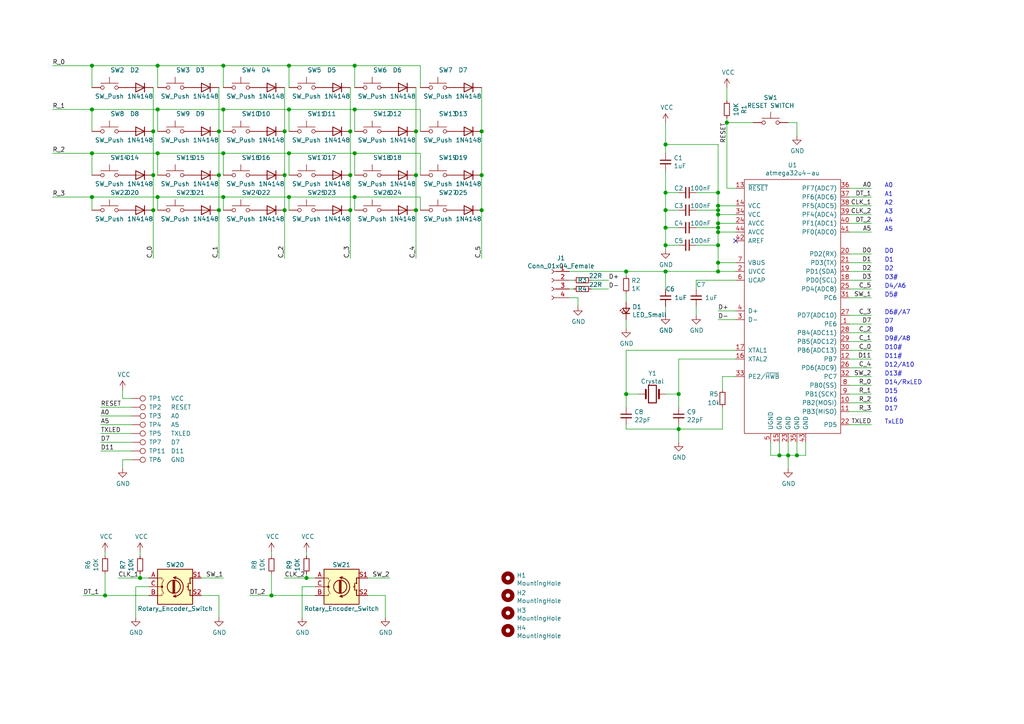
<source format=kicad_sch>
(kicad_sch (version 20210406) (generator eeschema)
  (paper "A4")
  (lib_symbols
    (symbol "Connector:Conn_01x04_Female" (pin_names (offset 1.016) hide)
      (property "Reference" "J" (at 0 5.08 0))
      (property "Value" "Conn_01x04_Female" (at 0 -7.62 0))
      (symbol "Conn_01x04_Female_1_1"
        (pin passive line (at -5.08 2.54 0) (length 3.81) (name "Pin_1") (number "1"))
        (pin passive line (at -5.08 0 0) (length 3.81) (name "Pin_2") (number "2"))
        (pin passive line (at -5.08 -2.54 0) (length 3.81) (name "Pin_3") (number "3"))
        (pin passive line (at -5.08 -5.08 0) (length 3.81) (name "Pin_4") (number "4"))
      )
    )
    (symbol "Connector:TestPoint" (pin_numbers hide) (pin_names (offset 0.762) hide)
      (property "Reference" "TP" (at 0 6.858 0))
      (property "Value" "TestPoint" (at 0 5.08 0))
      (symbol "TestPoint_1_1"
        (pin passive line (at 0 0 90) (length 2.54) (name "1") (number "1"))
      )
    )
    (symbol "Device:C_Small" (pin_numbers hide) (pin_names (offset 0.254) hide)
      (property "Reference" "C" (at 0.254 1.778 0))
      (property "Value" "C_Small" (at 0.254 -2.032 0))
      (symbol "C_Small_1_1"
        (pin passive line (at 0 2.54 270) (length 2.032) (name "~") (number "1"))
        (pin passive line (at 0 -2.54 90) (length 2.032) (name "~") (number "2"))
      )
    )
    (symbol "Device:Crystal" (pin_numbers hide) (pin_names (offset 1.016) hide)
      (property "Reference" "Y" (at 0 3.81 0))
      (property "Value" "Crystal" (at 0 -3.81 0))
      (symbol "Crystal_1_1"
        (pin passive line (at -3.81 0 0) (length 1.27) (name "1") (number "1"))
        (pin passive line (at 3.81 0 180) (length 1.27) (name "2") (number "2"))
      )
    )
    (symbol "Device:D" (pin_numbers hide) (pin_names (offset 1.016) hide)
      (property "Reference" "D" (at 0 2.54 0))
      (property "Value" "D" (at 0 -2.54 0))
      (symbol "D_1_1"
        (pin passive line (at -3.81 0 0) (length 2.54) (name "K") (number "1"))
        (pin passive line (at 3.81 0 180) (length 2.54) (name "A") (number "2"))
      )
    )
    (symbol "Device:LED_Small" (pin_numbers hide) (pin_names (offset 0.254) hide)
      (property "Reference" "D" (at -1.27 3.175 0))
      (property "Value" "LED_Small" (at -4.445 -2.54 0))
      (symbol "LED_Small_1_1"
        (pin passive line (at -2.54 0 0) (length 1.778) (name "K") (number "1"))
        (pin passive line (at 2.54 0 180) (length 1.778) (name "A") (number "2"))
      )
    )
    (symbol "Device:R_Small" (pin_numbers hide) (pin_names (offset 0.254) hide)
      (property "Reference" "R" (at 0.762 0.508 0))
      (property "Value" "R_Small" (at 0.762 -1.016 0))
      (symbol "R_Small_1_1"
        (pin passive line (at 0 2.54 270) (length 0.762) (name "~") (number "1"))
        (pin passive line (at 0 -2.54 90) (length 0.762) (name "~") (number "2"))
      )
    )
    (symbol "Device:Rotary_Encoder_Switch" (pin_names (offset 0.254) hide)
      (property "Reference" "SW" (at 0 6.604 0))
      (property "Value" "Rotary_Encoder_Switch" (at 0 -6.604 0))
      (symbol "Rotary_Encoder_Switch_1_1"
        (pin passive line (at -7.62 2.54 0) (length 2.54) (name "A") (number "A"))
        (pin passive line (at -7.62 -2.54 0) (length 2.54) (name "B") (number "B"))
        (pin passive line (at -7.62 0 0) (length 2.54) (name "C") (number "C"))
        (pin passive line (at 7.62 2.54 180) (length 2.54) (name "S1") (number "S1"))
        (pin passive line (at 7.62 -2.54 180) (length 2.54) (name "S2") (number "S2"))
      )
    )
    (symbol "Mechanical:MountingHole" (pin_names (offset 1.016))
      (property "Reference" "H" (at 0 5.08 0))
      (property "Value" "MountingHole" (at 0 3.175 0))
    )
    (symbol "Switch:SW_Push" (pin_numbers hide) (pin_names (offset 1.016) hide)
      (property "Reference" "SW" (at 1.27 2.54 0))
      (property "Value" "SW_Push" (at 0 -1.524 0))
      (symbol "SW_Push_0_1"
        (pin passive line (at -5.08 0 0) (length 2.54) (name "1") (number "1"))
        (pin passive line (at 5.08 0 180) (length 2.54) (name "2") (number "2"))
      )
    )
    (symbol "atmega32u4-au:atmega32u4-au" (pin_names (offset 1.016))
      (property "Reference" "U" (at 20.32 -40.64 0))
      (property "Value" "atmega32u4-au" (at 20.32 -38.1 0))
      (symbol "atmega32u4-au_1_1"
        (pin output line (at 17.78 -3.81 180) (length 2.54) (name "PE6") (number "1"))
        (pin output line (at 17.78 -26.67 180) (length 2.54) (name "PB2(MOSI)") (number "10"))
        (pin output line (at 17.78 -29.21 180) (length 2.54) (name "PB3(MISO)") (number "11"))
        (pin output line (at 17.78 -13.97 180) (length 2.54) (name "PB7") (number "12"))
        (pin input line (at -15.24 35.56 0) (length 2.54) (name "~RESET") (number "13"))
        (pin power_in line (at -15.24 30.48 0) (length 2.54) (name "VCC") (number "14"))
        (pin input line (at -2.54 -38.1 90) (length 2.54) (name "GND") (number "15"))
        (pin input line (at -15.24 -13.97 0) (length 2.54) (name "XTAL2") (number "16"))
        (pin input line (at -15.24 -11.43 0) (length 2.54) (name "XTAL1") (number "17"))
        (pin output line (at 17.78 8.89 180) (length 2.54) (name "PD0(SCL)") (number "18"))
        (pin output line (at 17.78 11.43 180) (length 2.54) (name "PD1(SDA)") (number "19"))
        (pin power_in line (at -15.24 11.43 0) (length 2.54) (name "UVCC") (number "2"))
        (pin output line (at 17.78 16.51 180) (length 2.54) (name "PD2(RX)") (number "20"))
        (pin output line (at 17.78 13.97 180) (length 2.54) (name "PD3(TX)") (number "21"))
        (pin output line (at 17.78 -33.02 180) (length 2.54) (name "PD5") (number "22"))
        (pin input line (at 0 -38.1 90) (length 2.54) (name "GND") (number "23"))
        (pin power_in line (at -15.24 25.4 0) (length 2.54) (name "AVCC") (number "24"))
        (pin output line (at 17.78 6.35 180) (length 2.54) (name "PD4(ADC8)") (number "25"))
        (pin output line (at 17.78 -16.51 180) (length 2.54) (name "PD6(ADC9)") (number "26"))
        (pin output line (at 17.78 -1.27 180) (length 2.54) (name "PD7(ADC10)") (number "27"))
        (pin output line (at 17.78 -6.35 180) (length 2.54) (name "PB4(ADC11)") (number "28"))
        (pin output line (at 17.78 -8.89 180) (length 2.54) (name "PB5(ADC12)") (number "29"))
        (pin input line (at -15.24 -2.54 0) (length 2.54) (name "D-") (number "3"))
        (pin output line (at 17.78 -11.43 180) (length 2.54) (name "PB6(ADC13)") (number "30"))
        (pin output line (at 17.78 3.81 180) (length 2.54) (name "PC6") (number "31"))
        (pin output line (at 17.78 -19.05 180) (length 2.54) (name "PC7") (number "32"))
        (pin input line (at -15.24 -19.05 0) (length 2.54) (name "PE2/~HWB") (number "33"))
        (pin power_in line (at -15.24 27.94 0) (length 2.54) (name "VCC") (number "34"))
        (pin input line (at 2.54 -38.1 90) (length 2.54) (name "GND") (number "35"))
        (pin output line (at 17.78 35.56 180) (length 2.54) (name "PF7(ADC7)") (number "36"))
        (pin output line (at 17.78 33.02 180) (length 2.54) (name "PF6(ADC6)") (number "37"))
        (pin output line (at 17.78 30.48 180) (length 2.54) (name "PF5(ADC5)") (number "38"))
        (pin output line (at 17.78 27.94 180) (length 2.54) (name "PF4(ADC4)") (number "39"))
        (pin input line (at -15.24 0 0) (length 2.54) (name "D+") (number "4"))
        (pin output line (at 17.78 25.4 180) (length 2.54) (name "PF1(ADC1)") (number "40"))
        (pin output line (at 17.78 22.86 180) (length 2.54) (name "PF0(ADC0)") (number "41"))
        (pin power_in line (at -15.24 20.32 0) (length 2.54) (name "AREF") (number "42"))
        (pin input line (at 5.08 -38.1 90) (length 2.54) (name "GND") (number "43"))
        (pin power_in line (at -15.24 22.86 0) (length 2.54) (name "AVCC") (number "44"))
        (pin input line (at -5.08 -38.1 90) (length 2.54) (name "UGND") (number "5"))
        (pin power_in line (at -15.24 8.89 0) (length 2.54) (name "UCAP") (number "6"))
        (pin power_in line (at -15.24 13.97 0) (length 2.54) (name "VBUS") (number "7"))
        (pin output line (at 17.78 -21.59 180) (length 2.54) (name "PB0(SS)") (number "8"))
        (pin output line (at 17.78 -24.13 180) (length 2.54) (name "PB1(SCK)") (number "9"))
      )
    )
    (symbol "power:GND" (power) (pin_names (offset 0))
      (property "Value" "GND" (at 0 -3.81 0))
      (symbol "GND_1_1"
        (pin power_in line (at 0 0 270) (length 0) hide (name "GND") (number "1"))
      )
    )
    (symbol "power:VCC" (power) (pin_names (offset 0))
      (property "Value" "VCC" (at 0 3.81 0))
      (symbol "VCC_1_1"
        (pin power_in line (at 0 0 90) (length 0) hide (name "VCC") (number "1"))
      )
    )
  )
  (junction (at 26.67 19.05) (diameter 1.016))
  (junction (at 26.67 31.75) (diameter 1.016))
  (junction (at 26.67 44.45) (diameter 1.016))
  (junction (at 26.67 57.15) (diameter 1.016))
  (junction (at 30.48 172.72) (diameter 1.016))
  (junction (at 40.64 167.64) (diameter 1.016))
  (junction (at 44.45 38.1) (diameter 1.016))
  (junction (at 44.45 50.8) (diameter 1.016))
  (junction (at 44.45 60.96) (diameter 1.016))
  (junction (at 45.72 19.05) (diameter 1.016))
  (junction (at 45.72 31.75) (diameter 1.016))
  (junction (at 45.72 44.45) (diameter 1.016))
  (junction (at 45.72 57.15) (diameter 1.016))
  (junction (at 63.5 38.1) (diameter 1.016))
  (junction (at 63.5 50.8) (diameter 1.016))
  (junction (at 63.5 60.96) (diameter 1.016))
  (junction (at 64.77 19.05) (diameter 1.016))
  (junction (at 64.77 31.75) (diameter 1.016))
  (junction (at 64.77 44.45) (diameter 1.016))
  (junction (at 64.77 57.15) (diameter 1.016))
  (junction (at 78.74 172.72) (diameter 1.016))
  (junction (at 82.55 38.1) (diameter 1.016))
  (junction (at 82.55 50.8) (diameter 1.016))
  (junction (at 82.55 60.96) (diameter 1.016))
  (junction (at 83.82 19.05) (diameter 1.016))
  (junction (at 83.82 31.75) (diameter 1.016))
  (junction (at 83.82 44.45) (diameter 1.016))
  (junction (at 83.82 57.15) (diameter 1.016))
  (junction (at 88.9 167.64) (diameter 1.016))
  (junction (at 101.6 38.1) (diameter 1.016))
  (junction (at 101.6 50.8) (diameter 1.016))
  (junction (at 101.6 60.96) (diameter 1.016))
  (junction (at 102.87 19.05) (diameter 1.016))
  (junction (at 102.87 31.75) (diameter 1.016))
  (junction (at 102.87 44.45) (diameter 1.016))
  (junction (at 102.87 57.15) (diameter 1.016))
  (junction (at 120.65 38.1) (diameter 1.016))
  (junction (at 120.65 50.8) (diameter 1.016))
  (junction (at 120.65 60.96) (diameter 1.016))
  (junction (at 139.7 38.1) (diameter 1.016))
  (junction (at 139.7 50.8) (diameter 1.016))
  (junction (at 139.7 60.96) (diameter 1.016))
  (junction (at 181.61 78.74) (diameter 1.016))
  (junction (at 181.61 114.3) (diameter 1.016))
  (junction (at 193.04 41.91) (diameter 1.016))
  (junction (at 193.04 55.88) (diameter 1.016))
  (junction (at 193.04 60.96) (diameter 1.016))
  (junction (at 193.04 66.04) (diameter 1.016))
  (junction (at 193.04 71.12) (diameter 1.016))
  (junction (at 193.04 78.74) (diameter 1.016))
  (junction (at 196.85 114.3) (diameter 1.016))
  (junction (at 196.85 124.46) (diameter 1.016))
  (junction (at 208.28 55.88) (diameter 1.016))
  (junction (at 208.28 59.69) (diameter 1.016))
  (junction (at 208.28 60.96) (diameter 1.016))
  (junction (at 208.28 62.23) (diameter 1.016))
  (junction (at 208.28 64.77) (diameter 1.016))
  (junction (at 208.28 66.04) (diameter 1.016))
  (junction (at 208.28 67.31) (diameter 1.016))
  (junction (at 208.28 71.12) (diameter 1.016))
  (junction (at 208.28 76.2) (diameter 1.016))
  (junction (at 208.28 78.74) (diameter 1.016))
  (junction (at 210.82 35.56) (diameter 1.016))
  (junction (at 226.06 132.08) (diameter 1.016))
  (junction (at 228.6 132.08) (diameter 1.016))
  (junction (at 231.14 132.08) (diameter 1.016))
  (no_connect (at 213.36 69.85))
  (wire (pts (xy 15.24 19.05) (xy 26.67 19.05)))
  (wire (pts (xy 15.24 31.75) (xy 26.67 31.75)))
  (wire (pts (xy 15.24 44.45) (xy 26.67 44.45)))
  (wire (pts (xy 15.24 57.15) (xy 26.67 57.15)))
  (wire (pts (xy 26.67 19.05) (xy 26.67 25.4)))
  (wire (pts (xy 26.67 19.05) (xy 45.72 19.05)))
  (wire (pts (xy 26.67 31.75) (xy 26.67 38.1)))
  (wire (pts (xy 26.67 31.75) (xy 45.72 31.75)))
  (wire (pts (xy 26.67 44.45) (xy 26.67 50.8)))
  (wire (pts (xy 26.67 44.45) (xy 45.72 44.45)))
  (wire (pts (xy 26.67 57.15) (xy 26.67 60.96)))
  (wire (pts (xy 26.67 57.15) (xy 45.72 57.15)))
  (wire (pts (xy 30.48 160.02) (xy 30.48 161.29)))
  (wire (pts (xy 30.48 166.37) (xy 30.48 172.72)))
  (wire (pts (xy 30.48 172.72) (xy 24.13 172.72)))
  (wire (pts (xy 35.56 115.57) (xy 35.56 113.03)))
  (wire (pts (xy 35.56 133.35) (xy 35.56 135.89)))
  (wire (pts (xy 38.1 115.57) (xy 35.56 115.57)))
  (wire (pts (xy 38.1 118.11) (xy 29.21 118.11)))
  (wire (pts (xy 38.1 120.65) (xy 29.21 120.65)))
  (wire (pts (xy 38.1 123.19) (xy 29.21 123.19)))
  (wire (pts (xy 38.1 125.73) (xy 29.21 125.73)))
  (wire (pts (xy 38.1 128.27) (xy 29.21 128.27)))
  (wire (pts (xy 38.1 130.81) (xy 29.21 130.81)))
  (wire (pts (xy 38.1 133.35) (xy 35.56 133.35)))
  (wire (pts (xy 39.37 170.18) (xy 39.37 179.07)))
  (wire (pts (xy 40.64 160.02) (xy 40.64 161.29)))
  (wire (pts (xy 40.64 166.37) (xy 40.64 167.64)))
  (wire (pts (xy 40.64 167.64) (xy 34.29 167.64)))
  (wire (pts (xy 43.18 167.64) (xy 40.64 167.64)))
  (wire (pts (xy 43.18 170.18) (xy 39.37 170.18)))
  (wire (pts (xy 43.18 172.72) (xy 30.48 172.72)))
  (wire (pts (xy 44.45 25.4) (xy 44.45 38.1)))
  (wire (pts (xy 44.45 38.1) (xy 44.45 50.8)))
  (wire (pts (xy 44.45 50.8) (xy 44.45 60.96)))
  (wire (pts (xy 44.45 60.96) (xy 44.45 74.93)))
  (wire (pts (xy 45.72 19.05) (xy 45.72 25.4)))
  (wire (pts (xy 45.72 19.05) (xy 64.77 19.05)))
  (wire (pts (xy 45.72 31.75) (xy 45.72 38.1)))
  (wire (pts (xy 45.72 31.75) (xy 64.77 31.75)))
  (wire (pts (xy 45.72 44.45) (xy 45.72 50.8)))
  (wire (pts (xy 45.72 44.45) (xy 64.77 44.45)))
  (wire (pts (xy 45.72 57.15) (xy 45.72 60.96)))
  (wire (pts (xy 45.72 57.15) (xy 64.77 57.15)))
  (wire (pts (xy 58.42 167.64) (xy 64.77 167.64)))
  (wire (pts (xy 58.42 172.72) (xy 63.5 172.72)))
  (wire (pts (xy 63.5 25.4) (xy 63.5 38.1)))
  (wire (pts (xy 63.5 38.1) (xy 63.5 50.8)))
  (wire (pts (xy 63.5 50.8) (xy 63.5 60.96)))
  (wire (pts (xy 63.5 60.96) (xy 63.5 74.93)))
  (wire (pts (xy 63.5 172.72) (xy 63.5 179.07)))
  (wire (pts (xy 64.77 19.05) (xy 64.77 25.4)))
  (wire (pts (xy 64.77 19.05) (xy 83.82 19.05)))
  (wire (pts (xy 64.77 31.75) (xy 64.77 38.1)))
  (wire (pts (xy 64.77 31.75) (xy 83.82 31.75)))
  (wire (pts (xy 64.77 44.45) (xy 64.77 50.8)))
  (wire (pts (xy 64.77 44.45) (xy 83.82 44.45)))
  (wire (pts (xy 64.77 57.15) (xy 64.77 60.96)))
  (wire (pts (xy 64.77 57.15) (xy 83.82 57.15)))
  (wire (pts (xy 78.74 160.02) (xy 78.74 161.29)))
  (wire (pts (xy 78.74 166.37) (xy 78.74 172.72)))
  (wire (pts (xy 78.74 172.72) (xy 72.39 172.72)))
  (wire (pts (xy 82.55 25.4) (xy 82.55 38.1)))
  (wire (pts (xy 82.55 38.1) (xy 82.55 50.8)))
  (wire (pts (xy 82.55 50.8) (xy 82.55 60.96)))
  (wire (pts (xy 82.55 60.96) (xy 82.55 74.93)))
  (wire (pts (xy 83.82 19.05) (xy 83.82 25.4)))
  (wire (pts (xy 83.82 19.05) (xy 102.87 19.05)))
  (wire (pts (xy 83.82 31.75) (xy 83.82 38.1)))
  (wire (pts (xy 83.82 31.75) (xy 102.87 31.75)))
  (wire (pts (xy 83.82 44.45) (xy 83.82 50.8)))
  (wire (pts (xy 83.82 44.45) (xy 102.87 44.45)))
  (wire (pts (xy 83.82 57.15) (xy 83.82 60.96)))
  (wire (pts (xy 83.82 57.15) (xy 102.87 57.15)))
  (wire (pts (xy 87.63 170.18) (xy 87.63 179.07)))
  (wire (pts (xy 88.9 160.02) (xy 88.9 161.29)))
  (wire (pts (xy 88.9 166.37) (xy 88.9 167.64)))
  (wire (pts (xy 88.9 167.64) (xy 82.55 167.64)))
  (wire (pts (xy 91.44 167.64) (xy 88.9 167.64)))
  (wire (pts (xy 91.44 170.18) (xy 87.63 170.18)))
  (wire (pts (xy 91.44 172.72) (xy 78.74 172.72)))
  (wire (pts (xy 101.6 25.4) (xy 101.6 38.1)))
  (wire (pts (xy 101.6 38.1) (xy 101.6 50.8)))
  (wire (pts (xy 101.6 50.8) (xy 101.6 60.96)))
  (wire (pts (xy 101.6 60.96) (xy 101.6 74.93)))
  (wire (pts (xy 102.87 19.05) (xy 102.87 25.4)))
  (wire (pts (xy 102.87 19.05) (xy 121.92 19.05)))
  (wire (pts (xy 102.87 31.75) (xy 102.87 38.1)))
  (wire (pts (xy 102.87 31.75) (xy 121.92 31.75)))
  (wire (pts (xy 102.87 44.45) (xy 102.87 50.8)))
  (wire (pts (xy 102.87 44.45) (xy 121.92 44.45)))
  (wire (pts (xy 102.87 57.15) (xy 102.87 60.96)))
  (wire (pts (xy 102.87 57.15) (xy 121.92 57.15)))
  (wire (pts (xy 106.68 167.64) (xy 113.03 167.64)))
  (wire (pts (xy 106.68 172.72) (xy 111.76 172.72)))
  (wire (pts (xy 111.76 172.72) (xy 111.76 179.07)))
  (wire (pts (xy 120.65 25.4) (xy 120.65 38.1)))
  (wire (pts (xy 120.65 38.1) (xy 120.65 50.8)))
  (wire (pts (xy 120.65 50.8) (xy 120.65 60.96)))
  (wire (pts (xy 120.65 60.96) (xy 120.65 74.93)))
  (wire (pts (xy 121.92 19.05) (xy 121.92 25.4)))
  (wire (pts (xy 121.92 31.75) (xy 121.92 38.1)))
  (wire (pts (xy 121.92 44.45) (xy 121.92 50.8)))
  (wire (pts (xy 121.92 57.15) (xy 121.92 60.96)))
  (wire (pts (xy 139.7 25.4) (xy 139.7 38.1)))
  (wire (pts (xy 139.7 38.1) (xy 139.7 50.8)))
  (wire (pts (xy 139.7 50.8) (xy 139.7 60.96)))
  (wire (pts (xy 139.7 60.96) (xy 139.7 74.93)))
  (wire (pts (xy 165.1 81.28) (xy 166.37 81.28)))
  (wire (pts (xy 165.1 83.82) (xy 166.37 83.82)))
  (wire (pts (xy 165.1 86.36) (xy 167.64 86.36)))
  (wire (pts (xy 167.64 86.36) (xy 167.64 88.9)))
  (wire (pts (xy 171.45 81.28) (xy 176.53 81.28)))
  (wire (pts (xy 171.45 83.82) (xy 176.53 83.82)))
  (wire (pts (xy 181.61 78.74) (xy 165.1 78.74)))
  (wire (pts (xy 181.61 78.74) (xy 181.61 80.01)))
  (wire (pts (xy 181.61 85.09) (xy 181.61 87.63)))
  (wire (pts (xy 181.61 95.25) (xy 181.61 92.71)))
  (wire (pts (xy 181.61 101.6) (xy 181.61 114.3)))
  (wire (pts (xy 181.61 114.3) (xy 181.61 118.11)))
  (wire (pts (xy 181.61 124.46) (xy 181.61 123.19)))
  (wire (pts (xy 181.61 124.46) (xy 196.85 124.46)))
  (wire (pts (xy 185.42 114.3) (xy 181.61 114.3)))
  (wire (pts (xy 193.04 41.91) (xy 193.04 35.56)))
  (wire (pts (xy 193.04 41.91) (xy 193.04 44.45)))
  (wire (pts (xy 193.04 41.91) (xy 208.28 41.91)))
  (wire (pts (xy 193.04 49.53) (xy 193.04 55.88)))
  (wire (pts (xy 193.04 55.88) (xy 196.85 55.88)))
  (wire (pts (xy 193.04 60.96) (xy 193.04 55.88)))
  (wire (pts (xy 193.04 66.04) (xy 193.04 60.96)))
  (wire (pts (xy 193.04 71.12) (xy 193.04 66.04)))
  (wire (pts (xy 193.04 71.12) (xy 193.04 72.39)))
  (wire (pts (xy 193.04 78.74) (xy 181.61 78.74)))
  (wire (pts (xy 193.04 78.74) (xy 193.04 83.82)))
  (wire (pts (xy 193.04 88.9) (xy 193.04 91.44)))
  (wire (pts (xy 193.04 114.3) (xy 196.85 114.3)))
  (wire (pts (xy 196.85 60.96) (xy 193.04 60.96)))
  (wire (pts (xy 196.85 66.04) (xy 193.04 66.04)))
  (wire (pts (xy 196.85 71.12) (xy 193.04 71.12)))
  (wire (pts (xy 196.85 104.14) (xy 213.36 104.14)))
  (wire (pts (xy 196.85 114.3) (xy 196.85 104.14)))
  (wire (pts (xy 196.85 114.3) (xy 196.85 118.11)))
  (wire (pts (xy 196.85 123.19) (xy 196.85 124.46)))
  (wire (pts (xy 196.85 124.46) (xy 196.85 128.27)))
  (wire (pts (xy 201.93 81.28) (xy 201.93 83.82)))
  (wire (pts (xy 201.93 88.9) (xy 201.93 91.44)))
  (wire (pts (xy 208.28 55.88) (xy 201.93 55.88)))
  (wire (pts (xy 208.28 55.88) (xy 208.28 41.91)))
  (wire (pts (xy 208.28 59.69) (xy 208.28 55.88)))
  (wire (pts (xy 208.28 60.96) (xy 201.93 60.96)))
  (wire (pts (xy 208.28 60.96) (xy 208.28 59.69)))
  (wire (pts (xy 208.28 62.23) (xy 208.28 60.96)))
  (wire (pts (xy 208.28 64.77) (xy 208.28 62.23)))
  (wire (pts (xy 208.28 64.77) (xy 208.28 66.04)))
  (wire (pts (xy 208.28 64.77) (xy 213.36 64.77)))
  (wire (pts (xy 208.28 66.04) (xy 201.93 66.04)))
  (wire (pts (xy 208.28 67.31) (xy 208.28 66.04)))
  (wire (pts (xy 208.28 67.31) (xy 208.28 71.12)))
  (wire (pts (xy 208.28 67.31) (xy 213.36 67.31)))
  (wire (pts (xy 208.28 71.12) (xy 201.93 71.12)))
  (wire (pts (xy 208.28 76.2) (xy 208.28 71.12)))
  (wire (pts (xy 208.28 78.74) (xy 193.04 78.74)))
  (wire (pts (xy 208.28 78.74) (xy 208.28 76.2)))
  (wire (pts (xy 209.55 113.03) (xy 209.55 109.22)))
  (wire (pts (xy 209.55 118.11) (xy 209.55 124.46)))
  (wire (pts (xy 209.55 124.46) (xy 196.85 124.46)))
  (wire (pts (xy 210.82 29.21) (xy 210.82 25.4)))
  (wire (pts (xy 210.82 35.56) (xy 210.82 34.29)))
  (wire (pts (xy 210.82 54.61) (xy 210.82 35.56)))
  (wire (pts (xy 213.36 54.61) (xy 210.82 54.61)))
  (wire (pts (xy 213.36 59.69) (xy 208.28 59.69)))
  (wire (pts (xy 213.36 62.23) (xy 208.28 62.23)))
  (wire (pts (xy 213.36 76.2) (xy 208.28 76.2)))
  (wire (pts (xy 213.36 78.74) (xy 208.28 78.74)))
  (wire (pts (xy 213.36 81.28) (xy 201.93 81.28)))
  (wire (pts (xy 213.36 90.17) (xy 208.28 90.17)))
  (wire (pts (xy 213.36 92.71) (xy 208.28 92.71)))
  (wire (pts (xy 213.36 101.6) (xy 181.61 101.6)))
  (wire (pts (xy 213.36 109.22) (xy 209.55 109.22)))
  (wire (pts (xy 218.44 35.56) (xy 210.82 35.56)))
  (wire (pts (xy 223.52 132.08) (xy 223.52 128.27)))
  (wire (pts (xy 226.06 128.27) (xy 226.06 132.08)))
  (wire (pts (xy 226.06 132.08) (xy 223.52 132.08)))
  (wire (pts (xy 228.6 35.56) (xy 231.14 35.56)))
  (wire (pts (xy 228.6 128.27) (xy 228.6 132.08)))
  (wire (pts (xy 228.6 132.08) (xy 226.06 132.08)))
  (wire (pts (xy 228.6 132.08) (xy 228.6 135.89)))
  (wire (pts (xy 231.14 35.56) (xy 231.14 39.37)))
  (wire (pts (xy 231.14 128.27) (xy 231.14 132.08)))
  (wire (pts (xy 231.14 132.08) (xy 228.6 132.08)))
  (wire (pts (xy 233.68 128.27) (xy 233.68 132.08)))
  (wire (pts (xy 233.68 132.08) (xy 231.14 132.08)))
  (wire (pts (xy 246.38 54.61) (xy 252.73 54.61)))
  (wire (pts (xy 246.38 57.15) (xy 252.73 57.15)))
  (wire (pts (xy 246.38 59.69) (xy 252.73 59.69)))
  (wire (pts (xy 246.38 62.23) (xy 252.73 62.23)))
  (wire (pts (xy 246.38 64.77) (xy 252.73 64.77)))
  (wire (pts (xy 246.38 67.31) (xy 252.73 67.31)))
  (wire (pts (xy 246.38 73.66) (xy 252.73 73.66)))
  (wire (pts (xy 246.38 76.2) (xy 252.73 76.2)))
  (wire (pts (xy 246.38 78.74) (xy 252.73 78.74)))
  (wire (pts (xy 246.38 81.28) (xy 252.73 81.28)))
  (wire (pts (xy 246.38 83.82) (xy 252.73 83.82)))
  (wire (pts (xy 246.38 86.36) (xy 252.73 86.36)))
  (wire (pts (xy 246.38 91.44) (xy 252.73 91.44)))
  (wire (pts (xy 246.38 93.98) (xy 252.73 93.98)))
  (wire (pts (xy 246.38 96.52) (xy 252.73 96.52)))
  (wire (pts (xy 246.38 99.06) (xy 252.73 99.06)))
  (wire (pts (xy 246.38 101.6) (xy 252.73 101.6)))
  (wire (pts (xy 246.38 104.14) (xy 252.73 104.14)))
  (wire (pts (xy 246.38 106.68) (xy 252.73 106.68)))
  (wire (pts (xy 246.38 109.22) (xy 252.73 109.22)))
  (wire (pts (xy 246.38 111.76) (xy 252.73 111.76)))
  (wire (pts (xy 246.38 114.3) (xy 252.73 114.3)))
  (wire (pts (xy 246.38 116.84) (xy 252.73 116.84)))
  (wire (pts (xy 246.38 119.38) (xy 252.73 119.38)))
  (wire (pts (xy 246.38 123.19) (xy 252.73 123.19)))
  (text "A0" (at 256.54 54.61 0) (effects (font (size 1.27 1.27)) (justify left bottom)))
  (text "A1" (at 256.54 57.15 0) (effects (font (size 1.27 1.27)) (justify left bottom)))
  (text "A2" (at 256.54 59.69 0) (effects (font (size 1.27 1.27)) (justify left bottom)))
  (text "A3" (at 256.54 62.23 0) (effects (font (size 1.27 1.27)) (justify left bottom)))
  (text "A4" (at 256.54 64.77 0) (effects (font (size 1.27 1.27)) (justify left bottom)))
  (text "A5" (at 256.54 67.31 0) (effects (font (size 1.27 1.27)) (justify left bottom)))
  (text "D0" (at 256.54 73.66 0) (effects (font (size 1.27 1.27)) (justify left bottom)))
  (text "D1" (at 256.54 76.2 0) (effects (font (size 1.27 1.27)) (justify left bottom)))
  (text "D2" (at 256.54 78.74 0) (effects (font (size 1.27 1.27)) (justify left bottom)))
  (text "D3#" (at 256.54 81.28 0) (effects (font (size 1.27 1.27)) (justify left bottom)))
  (text "D4/A6" (at 256.54 83.82 0) (effects (font (size 1.27 1.27)) (justify left bottom)))
  (text "D5#" (at 256.54 86.36 0) (effects (font (size 1.27 1.27)) (justify left bottom)))
  (text "D6#/A7" (at 256.54 91.44 0) (effects (font (size 1.27 1.27)) (justify left bottom)))
  (text "D7" (at 256.54 93.98 0) (effects (font (size 1.27 1.27)) (justify left bottom)))
  (text "D8" (at 256.54 96.52 0) (effects (font (size 1.27 1.27)) (justify left bottom)))
  (text "D9#/A8" (at 256.54 99.06 0) (effects (font (size 1.27 1.27)) (justify left bottom)))
  (text "D10#" (at 256.54 101.6 0) (effects (font (size 1.27 1.27)) (justify left bottom)))
  (text "D11#" (at 256.54 104.14 0) (effects (font (size 1.27 1.27)) (justify left bottom)))
  (text "D12/A10" (at 256.54 106.68 0) (effects (font (size 1.27 1.27)) (justify left bottom)))
  (text "D13#" (at 256.54 109.22 0) (effects (font (size 1.27 1.27)) (justify left bottom)))
  (text "D14/RxLED" (at 256.54 111.76 0) (effects (font (size 1.27 1.27)) (justify left bottom)))
  (text "D15" (at 256.54 114.3 0) (effects (font (size 1.27 1.27)) (justify left bottom)))
  (text "D16" (at 256.54 116.84 0) (effects (font (size 1.27 1.27)) (justify left bottom)))
  (text "D17" (at 256.54 119.38 0) (effects (font (size 1.27 1.27)) (justify left bottom)))
  (text "TxLED" (at 256.54 123.19 0) (effects (font (size 1.27 1.27)) (justify left bottom)))
  (label "R_0" (at 15.24 19.05 0))
  (label "R_1" (at 15.24 31.75 0))
  (label "R_2" (at 15.24 44.45 0))
  (label "R_3" (at 15.24 57.15 0))
  (label "DT_1" (at 24.13 172.72 0))
  (label "RESET" (at 29.21 118.11 0))
  (label "A0" (at 29.21 120.65 0))
  (label "A5" (at 29.21 123.19 0))
  (label "TXLED" (at 29.21 125.73 0))
  (label "D7" (at 29.21 128.27 0))
  (label "D11" (at 29.21 130.81 0))
  (label "CLK_1" (at 34.29 167.64 0))
  (label "C_0" (at 44.45 74.93 90))
  (label "C_1" (at 63.5 74.93 90))
  (label "SW_1" (at 64.77 167.64 180))
  (label "DT_2" (at 72.39 172.72 0))
  (label "C_2" (at 82.55 74.93 90))
  (label "CLK_2" (at 82.55 167.64 0))
  (label "C_3" (at 101.6 74.93 90))
  (label "SW_2" (at 113.03 167.64 180))
  (label "C_4" (at 120.65 74.93 90))
  (label "C_5" (at 139.7 74.93 90))
  (label "D+" (at 176.53 81.28 0))
  (label "D-" (at 176.53 83.82 0))
  (label "D+" (at 208.28 90.17 0))
  (label "D-" (at 208.28 92.71 0))
  (label "RESET" (at 210.82 35.56 270))
  (label "A0" (at 252.73 54.61 180))
  (label "DT_1" (at 252.73 57.15 180))
  (label "CLK_1" (at 252.73 59.69 180))
  (label "CLK_2" (at 252.73 62.23 180))
  (label "DT_2" (at 252.73 64.77 180))
  (label "A5" (at 252.73 67.31 180))
  (label "D0" (at 252.73 73.66 180))
  (label "D1" (at 252.73 76.2 180))
  (label "D2" (at 252.73 78.74 180))
  (label "D3" (at 252.73 81.28 180))
  (label "C_5" (at 252.73 83.82 180))
  (label "SW_1" (at 252.73 86.36 180))
  (label "C_3" (at 252.73 91.44 180))
  (label "D7" (at 252.73 93.98 180))
  (label "C_2" (at 252.73 96.52 180))
  (label "C_1" (at 252.73 99.06 180))
  (label "C_0" (at 252.73 101.6 180))
  (label "D11" (at 252.73 104.14 180))
  (label "C_4" (at 252.73 106.68 180))
  (label "SW_2" (at 252.73 109.22 180))
  (label "R_0" (at 252.73 111.76 180))
  (label "R_1" (at 252.73 114.3 180))
  (label "R_2" (at 252.73 116.84 180))
  (label "R_3" (at 252.73 119.38 180))
  (label "TXLED" (at 252.73 123.19 180))
  (symbol (lib_id "power:VCC") (at 30.48 160.02 0) (unit 1)
    (property "Reference" "#PWR0114" (effects hide))
    (property "Value" "VCC" (at 30.861 155.6258 0))
  )
  (symbol (lib_id "power:VCC") (at 35.56 113.03 0) (unit 1)
    (property "Reference" "#PWR0116" (effects hide))
    (property "Value" "VCC" (at 35.941 108.6358 0))
  )
  (symbol (lib_id "power:VCC") (at 40.64 160.02 0) (unit 1)
    (property "Reference" "#PWR0115" (effects hide))
    (property "Value" "VCC" (at 41.021 155.6258 0))
  )
  (symbol (lib_id "power:VCC") (at 78.74 160.02 0) (unit 1)
    (property "Reference" "#PWR0110" (effects hide))
    (property "Value" "VCC" (at 79.121 155.6258 0))
  )
  (symbol (lib_id "power:VCC") (at 88.9 160.02 0) (unit 1)
    (property "Reference" "#PWR0111" (effects hide))
    (property "Value" "VCC" (at 89.281 155.6258 0))
  )
  (symbol (lib_id "power:VCC") (at 193.04 35.56 0) (unit 1)
    (property "Reference" "#PWR0107" (effects hide))
    (property "Value" "VCC" (at 193.421 31.1658 0))
  )
  (symbol (lib_id "power:VCC") (at 210.82 25.4 0) (unit 1)
    (property "Reference" "#PWR0118" (effects hide))
    (property "Value" "VCC" (at 211.201 21.0058 0))
  )
  (symbol (lib_id "Connector:TestPoint") (at 38.1 115.57 270) (unit 1)
    (property "Reference" "TP1" (at 43.18 115.57 90) (effects (justify left)))
    (property "Value" "VCC" (at 49.53 115.57 90) (effects (justify left)))
    (property "Footprint" "Connector_PinHeader_2.54mm:PinHeader_1x01_P2.54mm_Vertical" (effects hide))
  )
  (symbol (lib_id "Connector:TestPoint") (at 38.1 118.11 270) (unit 1)
    (property "Reference" "TP2" (at 43.18 118.11 90) (effects (justify left)))
    (property "Value" "RESET" (at 49.53 118.11 90) (effects (justify left)))
    (property "Footprint" "TestPoint:TestPoint_Keystone_5015_Micro-Minature" (effects hide))
  )
  (symbol (lib_id "Connector:TestPoint") (at 38.1 120.65 270) (unit 1)
    (property "Reference" "TP3" (at 43.18 120.65 90) (effects (justify left)))
    (property "Value" "A0" (at 49.53 120.65 90) (effects (justify left)))
    (property "Footprint" "TestPoint:TestPoint_Keystone_5015_Micro-Minature" (effects hide))
  )
  (symbol (lib_id "Connector:TestPoint") (at 38.1 123.19 270) (unit 1)
    (property "Reference" "TP4" (at 43.18 123.19 90) (effects (justify left)))
    (property "Value" "A5" (at 49.53 123.19 90) (effects (justify left)))
    (property "Footprint" "Connector_PinHeader_2.54mm:PinHeader_1x01_P2.54mm_Vertical" (effects hide))
  )
  (symbol (lib_id "Connector:TestPoint") (at 38.1 125.73 270) (unit 1)
    (property "Reference" "TP5" (at 43.18 125.73 90) (effects (justify left)))
    (property "Value" "TXLED" (at 49.53 125.73 90) (effects (justify left)))
    (property "Footprint" "TestPoint:TestPoint_Keystone_5015_Micro-Minature" (effects hide))
  )
  (symbol (lib_id "Connector:TestPoint") (at 38.1 128.27 270) (unit 1)
    (property "Reference" "TP7" (at 43.18 128.27 90) (effects (justify left)))
    (property "Value" "D7" (at 49.53 128.27 90) (effects (justify left)))
    (property "Footprint" "TestPoint:TestPoint_Keystone_5015_Micro-Minature" (effects hide))
  )
  (symbol (lib_id "Connector:TestPoint") (at 38.1 130.81 270) (unit 1)
    (property "Reference" "TP11" (at 43.18 130.81 90) (effects (justify left)))
    (property "Value" "D11" (at 49.53 130.81 90) (effects (justify left)))
    (property "Footprint" "TestPoint:TestPoint_Keystone_5015_Micro-Minature" (effects hide))
  )
  (symbol (lib_id "Connector:TestPoint") (at 38.1 133.35 270) (unit 1)
    (property "Reference" "TP6" (at 43.18 133.35 90) (effects (justify left)))
    (property "Value" "GND" (at 49.53 133.35 90) (effects (justify left)))
    (property "Footprint" "Connector_PinHeader_2.54mm:PinHeader_1x01_P2.54mm_Vertical" (effects hide))
  )
  (symbol (lib_id "power:GND") (at 35.56 135.89 0) (unit 1)
    (property "Reference" "#PWR0117" (effects hide))
    (property "Value" "GND" (at 35.687 140.2842 0))
  )
  (symbol (lib_id "power:GND") (at 39.37 179.07 0) (unit 1)
    (property "Reference" "#PWR0113" (effects hide))
    (property "Value" "GND" (at 39.497 183.4642 0))
  )
  (symbol (lib_id "power:GND") (at 63.5 179.07 0) (unit 1)
    (property "Reference" "#PWR0112" (effects hide))
    (property "Value" "GND" (at 63.627 183.4642 0))
  )
  (symbol (lib_id "power:GND") (at 87.63 179.07 0) (unit 1)
    (property "Reference" "#PWR0109" (effects hide))
    (property "Value" "GND" (at 87.757 183.4642 0))
  )
  (symbol (lib_id "power:GND") (at 111.76 179.07 0) (unit 1)
    (property "Reference" "#PWR0108" (effects hide))
    (property "Value" "GND" (at 111.887 183.4642 0))
  )
  (symbol (lib_id "power:GND") (at 167.64 88.9 0) (unit 1)
    (property "Reference" "#PWR0105" (effects hide))
    (property "Value" "GND" (at 167.767 93.2942 0))
  )
  (symbol (lib_id "power:GND") (at 181.61 95.25 0) (unit 1)
    (property "Reference" "#PWR0119" (effects hide))
    (property "Value" "GND" (at 181.737 99.6442 0))
  )
  (symbol (lib_id "power:GND") (at 193.04 72.39 0) (unit 1)
    (property "Reference" "#PWR0102" (effects hide))
    (property "Value" "GND" (at 193.167 76.7842 0))
  )
  (symbol (lib_id "power:GND") (at 193.04 91.44 0) (unit 1)
    (property "Reference" "#PWR0103" (effects hide))
    (property "Value" "GND" (at 193.167 95.8342 0))
  )
  (symbol (lib_id "power:GND") (at 196.85 128.27 0) (unit 1)
    (property "Reference" "#PWR0106" (effects hide))
    (property "Value" "GND" (at 196.977 132.6642 0))
  )
  (symbol (lib_id "power:GND") (at 201.93 91.44 0) (unit 1)
    (property "Reference" "#PWR0104" (effects hide))
    (property "Value" "GND" (at 202.057 95.8342 0))
  )
  (symbol (lib_id "power:GND") (at 228.6 135.89 0) (unit 1)
    (property "Reference" "#PWR0120" (effects hide))
    (property "Value" "GND" (at 228.727 140.2842 0))
  )
  (symbol (lib_id "power:GND") (at 231.14 39.37 0) (unit 1)
    (property "Reference" "#PWR0101" (effects hide))
    (property "Value" "GND" (at 231.267 43.7642 0))
  )
  (symbol (lib_id "Device:R_Small") (at 30.48 163.83 0) (unit 1)
    (property "Reference" "R6" (at 25.5016 163.83 90))
    (property "Value" "10K" (at 27.813 163.83 90))
    (property "Footprint" "Resistor_SMD:R_0603_1608Metric_Pad0.98x0.95mm_HandSolder" (effects hide))
    (property "LCSC" "C25804" (effects hide))
  )
  (symbol (lib_id "Device:R_Small") (at 40.64 163.83 0) (unit 1)
    (property "Reference" "R7" (at 35.6616 163.83 90))
    (property "Value" "10K" (at 37.973 163.83 90))
    (property "Footprint" "Resistor_SMD:R_0603_1608Metric_Pad0.98x0.95mm_HandSolder" (effects hide))
    (property "LCSC" "C25804" (effects hide))
  )
  (symbol (lib_id "Device:R_Small") (at 78.74 163.83 0) (unit 1)
    (property "Reference" "R8" (at 73.7616 163.83 90))
    (property "Value" "10K" (at 76.073 163.83 90))
    (property "Footprint" "Resistor_SMD:R_0603_1608Metric_Pad0.98x0.95mm_HandSolder" (effects hide))
    (property "LCSC" "C25804" (effects hide))
  )
  (symbol (lib_id "Device:R_Small") (at 88.9 163.83 0) (unit 1)
    (property "Reference" "R9" (at 83.9216 163.83 90))
    (property "Value" "10K" (at 86.233 163.83 90))
    (property "Footprint" "Resistor_SMD:R_0603_1608Metric_Pad0.98x0.95mm_HandSolder" (effects hide))
    (property "LCSC" "C25804" (effects hide))
  )
  (symbol (lib_id "Device:R_Small") (at 168.91 81.28 270) (unit 1)
    (property "Reference" "R3" (at 168.91 81.28 90))
    (property "Value" "22R" (at 172.72 80.01 90))
    (property "Footprint" "Resistor_SMD:R_0603_1608Metric_Pad0.98x0.95mm_HandSolder" (effects hide))
    (property "LCSC" "C23345" (effects hide))
  )
  (symbol (lib_id "Device:R_Small") (at 168.91 83.82 270) (unit 1)
    (property "Reference" "R4" (at 168.91 83.82 90))
    (property "Value" "22R" (at 172.72 82.55 90))
    (property "Footprint" "Resistor_SMD:R_0603_1608Metric_Pad0.98x0.95mm_HandSolder" (effects hide))
    (property "LCSC" "C23345" (effects hide))
  )
  (symbol (lib_id "Device:R_Small") (at 181.61 82.55 0) (unit 1)
    (property "Reference" "R2" (at 183.1086 81.3816 0) (effects (justify left)))
    (property "Value" "1K" (at 183.1086 83.693 0) (effects (justify left)))
    (property "Footprint" "Resistor_SMD:R_0603_1608Metric_Pad0.98x0.95mm_HandSolder" (effects hide))
    (property "LCSC" "C4177" (effects hide))
  )
  (symbol (lib_id "Device:R_Small") (at 209.55 115.57 180) (unit 1)
    (property "Reference" "R5" (at 207.01 114.3 0))
    (property "Value" "10k" (at 207.01 116.84 0))
    (property "Footprint" "Resistor_SMD:R_0603_1608Metric_Pad0.98x0.95mm_HandSolder" (effects hide))
    (property "LCSC" "C25804" (effects hide))
  )
  (symbol (lib_id "Device:R_Small") (at 210.82 31.75 180) (unit 1)
    (property "Reference" "R1" (at 215.7984 31.75 90))
    (property "Value" "10K" (at 213.487 31.75 90))
    (property "Footprint" "Resistor_SMD:R_0603_1608Metric_Pad0.98x0.95mm_HandSolder" (effects hide))
    (property "LCSC" "C25804" (effects hide))
  )
  (symbol (lib_id "Mechanical:MountingHole") (at 147.32 167.64 0) (unit 1)
    (property "Reference" "H1" (at 149.8601 166.8791 0) (effects (justify left)))
    (property "Value" "MountingHole" (at 149.8601 169.1778 0) (effects (justify left)))
    (property "Footprint" "MountingHole:MountingHole_3.2mm_M3_DIN965_Pad" (effects hide))
  )
  (symbol (lib_id "Mechanical:MountingHole") (at 147.32 172.72 0) (unit 1)
    (property "Reference" "H2" (at 149.8601 171.9591 0) (effects (justify left)))
    (property "Value" "MountingHole" (at 149.8601 174.2578 0) (effects (justify left)))
    (property "Footprint" "MountingHole:MountingHole_3.2mm_M3_DIN965_Pad" (effects hide))
  )
  (symbol (lib_id "Mechanical:MountingHole") (at 147.32 177.8 0) (unit 1)
    (property "Reference" "H3" (at 149.8601 177.0391 0) (effects (justify left)))
    (property "Value" "MountingHole" (at 149.8601 179.3378 0) (effects (justify left)))
    (property "Footprint" "MountingHole:MountingHole_3.2mm_M3_DIN965_Pad" (effects hide))
  )
  (symbol (lib_id "Mechanical:MountingHole") (at 147.32 182.88 0) (unit 1)
    (property "Reference" "H4" (at 149.8601 182.1191 0) (effects (justify left)))
    (property "Value" "MountingHole" (at 149.8601 184.4178 0) (effects (justify left)))
    (property "Footprint" "MountingHole:MountingHole_3.2mm_M3_DIN965_Pad" (effects hide))
  )
  (symbol (lib_id "Device:LED_Small") (at 181.61 90.17 90) (unit 1)
    (property "Reference" "D1" (at 183.388 89.0016 90) (effects (justify right)))
    (property "Value" "LED_Small" (at 183.388 91.313 90) (effects (justify right)))
    (property "Footprint" "LED_SMD:LED_0603_1608Metric_Pad1.05x0.95mm_HandSolder" (effects hide))
    (property "LCSC" "C72044" (effects hide))
  )
  (symbol (lib_id "Device:C_Small") (at 181.61 120.65 0) (unit 1)
    (property "Reference" "C8" (at 183.9468 119.4816 0) (effects (justify left)))
    (property "Value" "22pF" (at 183.9468 121.793 0) (effects (justify left)))
    (property "Footprint" "Capacitor_SMD:C_0603_1608Metric_Pad1.08x0.95mm_HandSolder" (effects hide))
    (property "LCSC" "C1653" (effects hide))
  )
  (symbol (lib_id "Device:C_Small") (at 193.04 46.99 0) (unit 1)
    (property "Reference" "C1" (at 195.3768 45.8216 0) (effects (justify left)))
    (property "Value" "1uF" (at 195.3768 48.133 0) (effects (justify left)))
    (property "Footprint" "Capacitor_SMD:C_0603_1608Metric_Pad1.08x0.95mm_HandSolder" (effects hide))
    (property "LCSC" "C15849" (effects hide))
  )
  (symbol (lib_id "Device:C_Small") (at 193.04 86.36 0) (unit 1)
    (property "Reference" "C6" (at 193.04 83.82 0) (effects (justify left)))
    (property "Value" "1uF" (at 195.58 86.36 0) (effects (justify left)))
    (property "Footprint" "Capacitor_SMD:C_0603_1608Metric_Pad1.08x0.95mm_HandSolder" (effects hide))
    (property "LCSC" "C15849" (effects hide))
  )
  (symbol (lib_id "Device:C_Small") (at 196.85 120.65 0) (unit 1)
    (property "Reference" "C9" (at 199.1868 119.4816 0) (effects (justify left)))
    (property "Value" "22pF" (at 199.1868 121.793 0) (effects (justify left)))
    (property "Footprint" "Capacitor_SMD:C_0603_1608Metric_Pad1.08x0.95mm_HandSolder" (effects hide))
    (property "LCSC" "C1653" (effects hide))
  )
  (symbol (lib_id "Device:C_Small") (at 199.39 55.88 270) (unit 1)
    (property "Reference" "C2" (at 196.85 54.61 90))
    (property "Value" "100nF" (at 203.2 54.61 90))
    (property "Footprint" "Capacitor_SMD:C_0603_1608Metric_Pad1.08x0.95mm_HandSolder" (effects hide))
    (property "LCSC" "C83054" (effects hide))
  )
  (symbol (lib_id "Device:C_Small") (at 199.39 60.96 270) (unit 1)
    (property "Reference" "C3" (at 196.85 59.69 90))
    (property "Value" "100nF" (at 203.2 59.69 90))
    (property "Footprint" "Capacitor_SMD:C_0603_1608Metric_Pad1.08x0.95mm_HandSolder" (effects hide))
    (property "LCSC" "C83054" (effects hide))
  )
  (symbol (lib_id "Device:C_Small") (at 199.39 66.04 270) (unit 1)
    (property "Reference" "C4" (at 196.85 64.77 90))
    (property "Value" "100nF" (at 203.2 64.77 90))
    (property "Footprint" "Capacitor_SMD:C_0603_1608Metric_Pad1.08x0.95mm_HandSolder" (effects hide))
    (property "LCSC" "C83054" (effects hide))
  )
  (symbol (lib_id "Device:C_Small") (at 199.39 71.12 270) (unit 1)
    (property "Reference" "C5" (at 196.85 69.85 90))
    (property "Value" "100nF" (at 203.2 69.85 90))
    (property "Footprint" "Capacitor_SMD:C_0603_1608Metric_Pad1.08x0.95mm_HandSolder" (effects hide))
    (property "LCSC" "C83054" (effects hide))
  )
  (symbol (lib_id "Device:C_Small") (at 201.93 86.36 0) (unit 1)
    (property "Reference" "C7" (at 201.93 82.55 0) (effects (justify left)))
    (property "Value" "1uF" (at 204.47 86.36 0) (effects (justify left)))
    (property "Footprint" "Capacitor_SMD:C_0603_1608Metric_Pad1.08x0.95mm_HandSolder" (effects hide))
    (property "LCSC" "C15849" (effects hide))
  )
  (symbol (lib_id "Device:D") (at 40.64 25.4 0) (mirror y) (unit 1)
    (property "Reference" "D2" (at 40.386 20.32 0) (effects (justify left)))
    (property "Value" "1N4148" (at 40.64 27.94 0))
    (property "Footprint" "Diode_SMD:D_SOD-123" (effects hide))
    (property "LCSC" "C81598" (effects hide))
  )
  (symbol (lib_id "Device:D") (at 40.64 38.1 0) (mirror y) (unit 1)
    (property "Reference" "D8" (at 40.386 33.02 0) (effects (justify left)))
    (property "Value" "1N4148" (at 40.64 40.64 0))
    (property "Footprint" "Diode_SMD:D_SOD-123" (effects hide))
    (property "LCSC" "C81598" (effects hide))
  )
  (symbol (lib_id "Device:D") (at 40.64 50.8 0) (mirror y) (unit 1)
    (property "Reference" "D14" (at 40.386 45.72 0) (effects (justify left)))
    (property "Value" "1N4148" (at 40.64 53.34 0))
    (property "Footprint" "Diode_SMD:D_SOD-123" (effects hide))
    (property "LCSC" "C81598" (effects hide))
  )
  (symbol (lib_id "Device:D") (at 40.64 60.96 0) (mirror y) (unit 1)
    (property "Reference" "D20" (at 40.386 55.88 0) (effects (justify left)))
    (property "Value" "1N4148" (at 40.64 63.5 0))
    (property "Footprint" "Diode_SMD:D_SOD-123" (effects hide))
    (property "LCSC" "C81598" (effects hide))
  )
  (symbol (lib_id "Device:D") (at 59.69 25.4 0) (mirror y) (unit 1)
    (property "Reference" "D3" (at 59.436 20.32 0) (effects (justify left)))
    (property "Value" "1N4148" (at 59.69 27.94 0))
    (property "Footprint" "Diode_SMD:D_SOD-123" (effects hide))
    (property "LCSC" "C81598" (effects hide))
  )
  (symbol (lib_id "Device:D") (at 59.69 38.1 0) (mirror y) (unit 1)
    (property "Reference" "D9" (at 59.436 33.02 0) (effects (justify left)))
    (property "Value" "1N4148" (at 59.69 40.64 0))
    (property "Footprint" "Diode_SMD:D_SOD-123" (effects hide))
    (property "LCSC" "C81598" (effects hide))
  )
  (symbol (lib_id "Device:D") (at 59.69 50.8 0) (mirror y) (unit 1)
    (property "Reference" "D15" (at 59.436 45.72 0) (effects (justify left)))
    (property "Value" "1N4148" (at 59.69 53.34 0))
    (property "Footprint" "Diode_SMD:D_SOD-123" (effects hide))
    (property "LCSC" "C81598" (effects hide))
  )
  (symbol (lib_id "Device:D") (at 59.69 60.96 0) (mirror y) (unit 1)
    (property "Reference" "D21" (at 59.436 55.88 0) (effects (justify left)))
    (property "Value" "1N4148" (at 59.69 63.5 0))
    (property "Footprint" "Diode_SMD:D_SOD-123" (effects hide))
    (property "LCSC" "C81598" (effects hide))
  )
  (symbol (lib_id "Device:D") (at 78.74 25.4 0) (mirror y) (unit 1)
    (property "Reference" "D4" (at 78.486 20.32 0) (effects (justify left)))
    (property "Value" "1N4148" (at 78.74 27.94 0))
    (property "Footprint" "Diode_SMD:D_SOD-123" (effects hide))
    (property "LCSC" "C81598" (effects hide))
  )
  (symbol (lib_id "Device:D") (at 78.74 38.1 0) (mirror y) (unit 1)
    (property "Reference" "D10" (at 78.486 33.02 0) (effects (justify left)))
    (property "Value" "1N4148" (at 78.74 40.64 0))
    (property "Footprint" "Diode_SMD:D_SOD-123" (effects hide))
    (property "LCSC" "C81598" (effects hide))
  )
  (symbol (lib_id "Device:D") (at 78.74 50.8 0) (mirror y) (unit 1)
    (property "Reference" "D16" (at 78.486 45.72 0) (effects (justify left)))
    (property "Value" "1N4148" (at 78.74 53.34 0))
    (property "Footprint" "Diode_SMD:D_SOD-123" (effects hide))
    (property "LCSC" "C81598" (effects hide))
  )
  (symbol (lib_id "Device:D") (at 78.74 60.96 0) (mirror y) (unit 1)
    (property "Reference" "D22" (at 78.486 55.88 0) (effects (justify left)))
    (property "Value" "1N4148" (at 78.74 63.5 0))
    (property "Footprint" "Diode_SMD:D_SOD-123" (effects hide))
    (property "LCSC" "C81598" (effects hide))
  )
  (symbol (lib_id "Device:D") (at 97.79 25.4 0) (mirror y) (unit 1)
    (property "Reference" "D5" (at 97.536 20.32 0) (effects (justify left)))
    (property "Value" "1N4148" (at 97.79 27.94 0))
    (property "Footprint" "Diode_SMD:D_SOD-123" (effects hide))
    (property "LCSC" "C81598" (effects hide))
  )
  (symbol (lib_id "Device:D") (at 97.79 38.1 0) (mirror y) (unit 1)
    (property "Reference" "D11" (at 97.536 33.02 0) (effects (justify left)))
    (property "Value" "1N4148" (at 97.79 40.64 0))
    (property "Footprint" "Diode_SMD:D_SOD-123" (effects hide))
    (property "LCSC" "C81598" (effects hide))
  )
  (symbol (lib_id "Device:D") (at 97.79 50.8 0) (mirror y) (unit 1)
    (property "Reference" "D17" (at 97.536 45.72 0) (effects (justify left)))
    (property "Value" "1N4148" (at 97.79 53.34 0))
    (property "Footprint" "Diode_SMD:D_SOD-123" (effects hide))
    (property "LCSC" "C81598" (effects hide))
  )
  (symbol (lib_id "Device:D") (at 97.79 60.96 0) (mirror y) (unit 1)
    (property "Reference" "D23" (at 97.536 55.88 0) (effects (justify left)))
    (property "Value" "1N4148" (at 97.79 63.5 0))
    (property "Footprint" "Diode_SMD:D_SOD-123" (effects hide))
    (property "LCSC" "C81598" (effects hide))
  )
  (symbol (lib_id "Device:D") (at 116.84 25.4 0) (mirror y) (unit 1)
    (property "Reference" "D6" (at 116.586 20.32 0) (effects (justify left)))
    (property "Value" "1N4148" (at 116.84 27.94 0))
    (property "Footprint" "Diode_SMD:D_SOD-123" (effects hide))
    (property "LCSC" "C81598" (effects hide))
  )
  (symbol (lib_id "Device:D") (at 116.84 38.1 0) (mirror y) (unit 1)
    (property "Reference" "D12" (at 116.586 33.02 0) (effects (justify left)))
    (property "Value" "1N4148" (at 116.84 40.64 0))
    (property "Footprint" "Diode_SMD:D_SOD-123" (effects hide))
    (property "LCSC" "C81598" (effects hide))
  )
  (symbol (lib_id "Device:D") (at 116.84 50.8 0) (mirror y) (unit 1)
    (property "Reference" "D18" (at 116.586 45.72 0) (effects (justify left)))
    (property "Value" "1N4148" (at 116.84 53.34 0))
    (property "Footprint" "Diode_SMD:D_SOD-123" (effects hide))
    (property "LCSC" "C81598" (effects hide))
  )
  (symbol (lib_id "Device:D") (at 116.84 60.96 0) (mirror y) (unit 1)
    (property "Reference" "D24" (at 116.586 55.88 0) (effects (justify left)))
    (property "Value" "1N4148" (at 116.84 63.5 0))
    (property "Footprint" "Diode_SMD:D_SOD-123" (effects hide))
    (property "LCSC" "C81598" (effects hide))
  )
  (symbol (lib_id "Device:D") (at 135.89 25.4 0) (mirror y) (unit 1)
    (property "Reference" "D7" (at 135.636 20.32 0) (effects (justify left)))
    (property "Value" "1N4148" (at 135.89 27.94 0))
    (property "Footprint" "Diode_SMD:D_SOD-123" (effects hide))
    (property "LCSC" "C81598" (effects hide))
  )
  (symbol (lib_id "Device:D") (at 135.89 38.1 0) (mirror y) (unit 1)
    (property "Reference" "D13" (at 135.636 33.02 0) (effects (justify left)))
    (property "Value" "1N4148" (at 135.89 40.64 0))
    (property "Footprint" "Diode_SMD:D_SOD-123" (effects hide))
    (property "LCSC" "C81598" (effects hide))
  )
  (symbol (lib_id "Device:D") (at 135.89 50.8 0) (mirror y) (unit 1)
    (property "Reference" "D19" (at 135.636 45.72 0) (effects (justify left)))
    (property "Value" "1N4148" (at 135.89 53.34 0))
    (property "Footprint" "Diode_SMD:D_SOD-123" (effects hide))
    (property "LCSC" "C81598" (effects hide))
  )
  (symbol (lib_id "Device:D") (at 135.89 60.96 0) (mirror y) (unit 1)
    (property "Reference" "D25" (at 135.636 55.88 0) (effects (justify left)))
    (property "Value" "1N4148" (at 135.89 63.5 0))
    (property "Footprint" "Diode_SMD:D_SOD-123" (effects hide))
    (property "LCSC" "C81598" (effects hide))
  )
  (symbol (lib_id "Switch:SW_Push") (at 31.75 25.4 0) (unit 1)
    (property "Reference" "SW2" (at 32.004 20.32 0) (effects (justify left)))
    (property "Value" "SW_Push" (at 31.75 27.94 0))
    (property "Footprint" "Button_Switch_Keyboard:SW_Cherry_MX_1.00u_PCB" (effects hide))
  )
  (symbol (lib_id "Switch:SW_Push") (at 31.75 38.1 0) (unit 1)
    (property "Reference" "SW8" (at 32.004 33.02 0) (effects (justify left)))
    (property "Value" "SW_Push" (at 31.75 40.64 0))
    (property "Footprint" "Button_Switch_Keyboard:SW_Cherry_MX_1.00u_PCB" (effects hide))
  )
  (symbol (lib_id "Switch:SW_Push") (at 31.75 50.8 0) (unit 1)
    (property "Reference" "SW14" (at 32.004 45.72 0) (effects (justify left)))
    (property "Value" "SW_Push" (at 31.75 53.34 0))
    (property "Footprint" "Button_Switch_Keyboard:SW_Cherry_MX_1.00u_PCB" (effects hide))
  )
  (symbol (lib_id "Switch:SW_Push") (at 31.75 60.96 0) (unit 1)
    (property "Reference" "SW22" (at 32.004 55.88 0) (effects (justify left)))
    (property "Value" "SW_Push" (at 31.75 63.5 0))
    (property "Footprint" "Button_Switch_Keyboard:SW_Cherry_MX_1.00u_PCB" (effects hide))
  )
  (symbol (lib_id "Switch:SW_Push") (at 50.8 25.4 0) (unit 1)
    (property "Reference" "SW3" (at 51.054 20.32 0) (effects (justify left)))
    (property "Value" "SW_Push" (at 50.8 27.94 0))
    (property "Footprint" "Button_Switch_Keyboard:SW_Cherry_MX_1.00u_PCB" (effects hide))
  )
  (symbol (lib_id "Switch:SW_Push") (at 50.8 38.1 0) (unit 1)
    (property "Reference" "SW9" (at 51.054 33.02 0) (effects (justify left)))
    (property "Value" "SW_Push" (at 50.8 40.64 0))
    (property "Footprint" "Button_Switch_Keyboard:SW_Cherry_MX_1.00u_PCB" (effects hide))
  )
  (symbol (lib_id "Switch:SW_Push") (at 50.8 50.8 0) (unit 1)
    (property "Reference" "SW15" (at 51.054 45.72 0) (effects (justify left)))
    (property "Value" "SW_Push" (at 50.8 53.34 0))
    (property "Footprint" "Button_Switch_Keyboard:SW_Cherry_MX_1.00u_PCB" (effects hide))
  )
  (symbol (lib_id "Switch:SW_Push") (at 50.8 60.96 0) (unit 1)
    (property "Reference" "SW23" (at 51.054 55.88 0) (effects (justify left)))
    (property "Value" "SW_Push" (at 50.8 63.5 0))
    (property "Footprint" "Button_Switch_Keyboard:SW_Cherry_MX_1.00u_PCB" (effects hide))
  )
  (symbol (lib_id "Switch:SW_Push") (at 69.85 25.4 0) (unit 1)
    (property "Reference" "SW4" (at 70.104 20.32 0) (effects (justify left)))
    (property "Value" "SW_Push" (at 69.85 27.94 0))
    (property "Footprint" "Button_Switch_Keyboard:SW_Cherry_MX_1.00u_PCB" (effects hide))
  )
  (symbol (lib_id "Switch:SW_Push") (at 69.85 38.1 0) (unit 1)
    (property "Reference" "SW10" (at 70.104 33.02 0) (effects (justify left)))
    (property "Value" "SW_Push" (at 69.85 40.64 0))
    (property "Footprint" "Button_Switch_Keyboard:SW_Cherry_MX_1.00u_PCB" (effects hide))
  )
  (symbol (lib_id "Switch:SW_Push") (at 69.85 50.8 0) (unit 1)
    (property "Reference" "SW16" (at 70.104 45.72 0) (effects (justify left)))
    (property "Value" "SW_Push" (at 69.85 53.34 0))
    (property "Footprint" "Button_Switch_Keyboard:SW_Cherry_MX_1.00u_PCB" (effects hide))
  )
  (symbol (lib_id "Switch:SW_Push") (at 69.85 60.96 0) (unit 1)
    (property "Reference" "SW24" (at 70.104 55.88 0) (effects (justify left)))
    (property "Value" "SW_Push" (at 69.85 63.5 0))
    (property "Footprint" "Button_Switch_Keyboard:SW_Cherry_MX_1.00u_PCB" (effects hide))
  )
  (symbol (lib_id "Switch:SW_Push") (at 88.9 25.4 0) (unit 1)
    (property "Reference" "SW5" (at 89.154 20.32 0) (effects (justify left)))
    (property "Value" "SW_Push" (at 88.9 27.94 0))
    (property "Footprint" "Button_Switch_Keyboard:SW_Cherry_MX_1.00u_PCB" (effects hide))
  )
  (symbol (lib_id "Switch:SW_Push") (at 88.9 38.1 0) (unit 1)
    (property "Reference" "SW11" (at 89.154 33.02 0) (effects (justify left)))
    (property "Value" "SW_Push" (at 88.9 40.64 0))
    (property "Footprint" "Button_Switch_Keyboard:SW_Cherry_MX_1.00u_PCB" (effects hide))
  )
  (symbol (lib_id "Switch:SW_Push") (at 88.9 50.8 0) (unit 1)
    (property "Reference" "SW17" (at 89.154 45.72 0) (effects (justify left)))
    (property "Value" "SW_Push" (at 88.9 53.34 0))
    (property "Footprint" "Button_Switch_Keyboard:SW_Cherry_MX_1.00u_PCB" (effects hide))
  )
  (symbol (lib_id "Switch:SW_Push") (at 88.9 60.96 0) (unit 1)
    (property "Reference" "SW25" (at 89.154 55.88 0) (effects (justify left)))
    (property "Value" "SW_Push" (at 88.9 63.5 0))
    (property "Footprint" "Button_Switch_Keyboard:SW_Cherry_MX_1.00u_PCB" (effects hide))
  )
  (symbol (lib_id "Switch:SW_Push") (at 107.95 25.4 0) (unit 1)
    (property "Reference" "SW6" (at 108.204 20.32 0) (effects (justify left)))
    (property "Value" "SW_Push" (at 107.95 27.94 0))
    (property "Footprint" "Button_Switch_Keyboard:SW_Cherry_MX_1.00u_PCB" (effects hide))
  )
  (symbol (lib_id "Switch:SW_Push") (at 107.95 38.1 0) (unit 1)
    (property "Reference" "SW12" (at 108.204 33.02 0) (effects (justify left)))
    (property "Value" "SW_Push" (at 107.95 40.64 0))
    (property "Footprint" "Button_Switch_Keyboard:SW_Cherry_MX_1.00u_PCB" (effects hide))
  )
  (symbol (lib_id "Switch:SW_Push") (at 107.95 50.8 0) (unit 1)
    (property "Reference" "SW18" (at 108.204 45.72 0) (effects (justify left)))
    (property "Value" "SW_Push" (at 107.95 53.34 0))
    (property "Footprint" "Button_Switch_Keyboard:SW_Cherry_MX_1.00u_PCB" (effects hide))
  )
  (symbol (lib_id "Switch:SW_Push") (at 107.95 60.96 0) (unit 1)
    (property "Reference" "SW26" (at 108.204 55.88 0) (effects (justify left)))
    (property "Value" "SW_Push" (at 107.95 63.5 0))
    (property "Footprint" "Button_Switch_Keyboard:SW_Cherry_MX_1.00u_PCB" (effects hide))
  )
  (symbol (lib_id "Switch:SW_Push") (at 127 25.4 0) (unit 1)
    (property "Reference" "SW7" (at 127.254 20.32 0) (effects (justify left)))
    (property "Value" "SW_Push" (at 127 27.94 0))
    (property "Footprint" "Button_Switch_Keyboard:SW_Cherry_MX_1.00u_PCB" (effects hide))
  )
  (symbol (lib_id "Switch:SW_Push") (at 127 38.1 0) (unit 1)
    (property "Reference" "SW13" (at 127.254 33.02 0) (effects (justify left)))
    (property "Value" "SW_Push" (at 127 40.64 0))
    (property "Footprint" "Button_Switch_Keyboard:SW_Cherry_MX_1.00u_PCB" (effects hide))
  )
  (symbol (lib_id "Switch:SW_Push") (at 127 50.8 0) (unit 1)
    (property "Reference" "SW19" (at 127.254 45.72 0) (effects (justify left)))
    (property "Value" "SW_Push" (at 127 53.34 0))
    (property "Footprint" "Button_Switch_Keyboard:SW_Cherry_MX_1.00u_PCB" (effects hide))
  )
  (symbol (lib_id "Switch:SW_Push") (at 127 60.96 0) (unit 1)
    (property "Reference" "SW27" (at 127.254 55.88 0) (effects (justify left)))
    (property "Value" "SW_Push" (at 127 63.5 0))
    (property "Footprint" "Button_Switch_Keyboard:SW_Cherry_MX_1.00u_PCB" (effects hide))
  )
  (symbol (lib_id "Switch:SW_Push") (at 223.52 35.56 0) (unit 1)
    (property "Reference" "SW1" (at 223.52 28.321 0))
    (property "Value" "RESET SWITCH" (at 223.52 30.6324 0))
    (property "Footprint" "Button_Switch_SMD:SW_SPST_SKQG_WithStem" (effects hide))
    (property "LCSC" "C92584" (effects hide))
  )
  (symbol (lib_id "Device:Crystal") (at 189.23 114.3 0) (unit 1)
    (property "Reference" "Y1" (at 189.23 108.3014 0))
    (property "Value" "Crystal" (at 189.23 110.6001 0))
    (property "Footprint" "Crystal:Crystal_SMD_3225-4Pin_3.2x2.5mm" (effects hide))
  )
  (symbol (lib_id "Connector:Conn_01x04_Female") (at 160.02 81.28 0) (mirror y) (unit 1)
    (property "Reference" "J1" (at 162.7124 74.8496 0))
    (property "Value" "Conn_01x04_Female" (at 162.7124 77.1483 0))
    (property "Footprint" "Connector_JST:JST_XH_B4B-XH-A_1x04_P2.50mm_Vertical" (effects hide))
  )
  (symbol (lib_id "Device:Rotary_Encoder_Switch") (at 50.8 170.18 0) (unit 1)
    (property "Reference" "SW20" (at 50.8 163.83 0))
    (property "Value" "Rotary_Encoder_Switch" (at 50.8 176.53 0))
    (property "Footprint" "Rotary_Encoder:RotaryEncoder_Alps_EC11E-Switch_Vertical_H20mm" (effects hide))
  )
  (symbol (lib_id "Device:Rotary_Encoder_Switch") (at 99.06 170.18 0) (unit 1)
    (property "Reference" "SW21" (at 99.06 163.83 0))
    (property "Value" "Rotary_Encoder_Switch" (at 99.06 176.53 0))
    (property "Footprint" "Rotary_Encoder:RotaryEncoder_Alps_EC11E-Switch_Vertical_H20mm" (effects hide))
  )
  (symbol (lib_id "atmega32u4-au:atmega32u4-au") (at 228.6 90.17 0) (unit 1)
    (property "Reference" "U1" (at 229.87 47.879 0))
    (property "Value" "atmega32u4-au" (at 229.87 50.1904 0))
    (property "Footprint" "Package_QFP:TQFP-44_10x10mm_P0.8mm" (effects hide))
    (property "LCSC" "C44854" (effects hide))
  )
)
</source>
